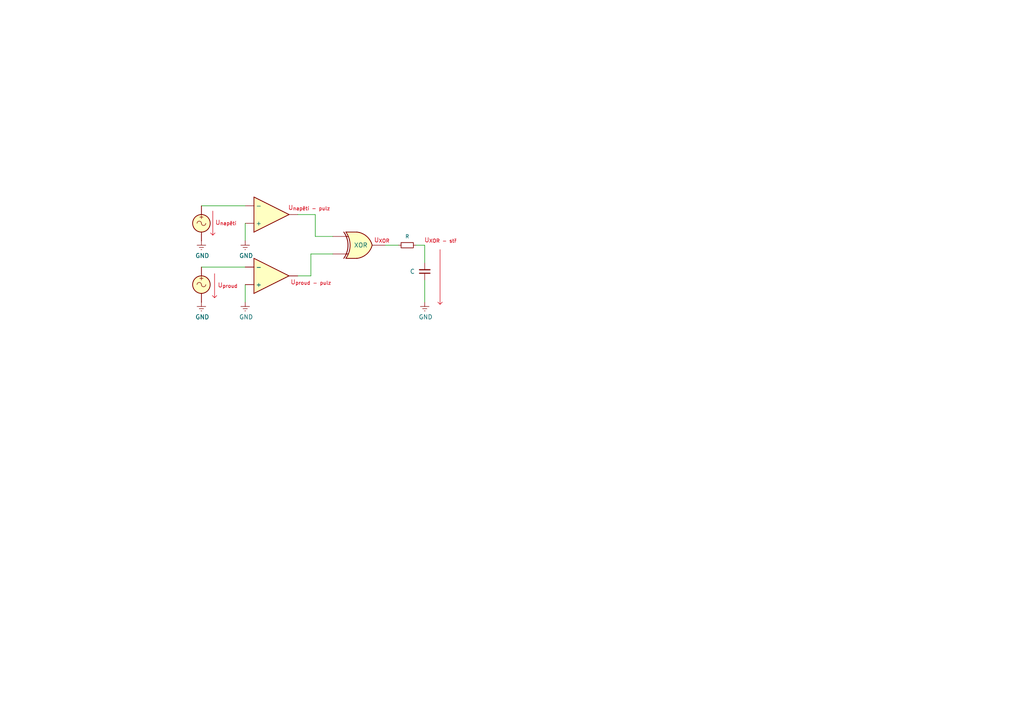
<source format=kicad_sch>
(kicad_sch (version 20250114) (generator "eeschema") (generator_version "9.0")
  (paper "A4")
  (lib_symbols
    (symbol "4xxx:4070" (pin_names (offset 1.016))
      (property "Value" "XOR" (at 0.508 0 0))
      (symbol "4070_1_0"
        (arc (start -4.4196 3.81) (mid -3.2033 0) (end -4.4196 -3.81) (stroke (width 0.254)))
        (arc (start -3.81 3.81) (mid -2.589 0) (end -3.81 -3.81) (stroke (width 0.254)))
        (polyline (pts (xy -3.81 3.81) (xy -0.635 3.81)) (stroke (width 0.254)) (fill (type background)))
        (polyline (pts (xy -3.81 -3.81) (xy -0.635 -3.81)) (stroke (width 0.254)) (fill (type background)))
        (arc (start 3.81 0) (mid 2.1855 -2.584) (end -0.6096 -3.81) (stroke (width 0.254)) (fill (type background)))
        (arc (start -0.6096 3.81) (mid 2.1928 2.5924) (end 3.81 0) (stroke (width 0.254)) (fill (type background)))
        (polyline (pts (xy -0.635 3.81) (xy -3.81 3.81) (xy -3.81 3.81) (xy -3.556 3.4036) (xy -3.0226 2.2606) (xy -2.6924 1.0414) (xy -2.6162 -0.254) (xy -2.7686 -1.4986) (xy -3.175 -2.7178) (xy -3.81 -3.81) (xy -3.81 -3.81) (xy -0.635 -3.81)) (stroke (width -25.4)) (fill (type background)))
        (pin input line (at -7.62 2.54 0) (length 4.445) (name "~") (number ""))
        (pin input line (at -7.62 -2.54 0) (length 4.445) (name "~") (number ""))
        (pin output line (at 7.62 0 180) (length 3.81) (name "~") (number ""))
      )
      (symbol "4070_1_1"
        (polyline (pts (xy -3.81 2.54) (xy -3.175 2.54)) (stroke (width 0.1524)))
        (polyline (pts (xy -3.81 -2.54) (xy -3.175 -2.54)) (stroke (width 0.1524)))
      )
      (symbol "4070_2_0"
        (arc (start -4.4196 3.81) (mid -3.2033 0) (end -4.4196 -3.81) (stroke (width 0.254)))
        (arc (start -3.81 3.81) (mid -2.589 0) (end -3.81 -3.81) (stroke (width 0.254)))
        (polyline (pts (xy -3.81 3.81) (xy -0.635 3.81)) (stroke (width 0.254)) (fill (type background)))
        (polyline (pts (xy -3.81 -3.81) (xy -0.635 -3.81)) (stroke (width 0.254)) (fill (type background)))
        (arc (start 3.81 0) (mid 2.1855 -2.584) (end -0.6096 -3.81) (stroke (width 0.254)) (fill (type background)))
        (arc (start -0.6096 3.81) (mid 2.1928 2.5924) (end 3.81 0) (stroke (width 0.254)) (fill (type background)))
        (polyline (pts (xy -0.635 3.81) (xy -3.81 3.81) (xy -3.81 3.81) (xy -3.556 3.4036) (xy -3.0226 2.2606) (xy -2.6924 1.0414) (xy -2.6162 -0.254) (xy -2.7686 -1.4986) (xy -3.175 -2.7178) (xy -3.81 -3.81) (xy -3.81 -3.81) (xy -0.635 -3.81)) (stroke (width -25.4)) (fill (type background)))
        (pin input line (at -7.62 2.54 0) (length 4.445) (name "~") (number "5"))
        (pin input line (at -7.62 -2.54 0) (length 4.445) (name "~") (number "6"))
        (pin output line (at 7.62 0 180) (length 3.81) (name "~") (number "4"))
      )
      (symbol "4070_2_1"
        (polyline (pts (xy -3.81 2.54) (xy -3.175 2.54)) (stroke (width 0.1524)))
        (polyline (pts (xy -3.81 -2.54) (xy -3.175 -2.54)) (stroke (width 0.1524)))
      )
      (symbol "4070_3_0"
        (arc (start -4.4196 3.81) (mid -3.2033 0) (end -4.4196 -3.81) (stroke (width 0.254)))
        (arc (start -3.81 3.81) (mid -2.589 0) (end -3.81 -3.81) (stroke (width 0.254)))
        (polyline (pts (xy -3.81 3.81) (xy -0.635 3.81)) (stroke (width 0.254)) (fill (type background)))
        (polyline (pts (xy -3.81 -3.81) (xy -0.635 -3.81)) (stroke (width 0.254)) (fill (type background)))
        (arc (start 3.81 0) (mid 2.1855 -2.584) (end -0.6096 -3.81) (stroke (width 0.254)) (fill (type background)))
        (arc (start -0.6096 3.81) (mid 2.1928 2.5924) (end 3.81 0) (stroke (width 0.254)) (fill (type background)))
        (polyline (pts (xy -0.635 3.81) (xy -3.81 3.81) (xy -3.81 3.81) (xy -3.556 3.4036) (xy -3.0226 2.2606) (xy -2.6924 1.0414) (xy -2.6162 -0.254) (xy -2.7686 -1.4986) (xy -3.175 -2.7178) (xy -3.81 -3.81) (xy -3.81 -3.81) (xy -0.635 -3.81)) (stroke (width -25.4)) (fill (type background)))
        (pin input line (at -7.62 2.54 0) (length 4.445) (name "~") (number "8"))
        (pin input line (at -7.62 -2.54 0) (length 4.445) (name "~") (number "9"))
        (pin output line (at 7.62 0 180) (length 3.81) (name "~") (number "10"))
      )
      (symbol "4070_3_1"
        (polyline (pts (xy -3.81 2.54) (xy -3.175 2.54)) (stroke (width 0.1524)))
        (polyline (pts (xy -3.81 -2.54) (xy -3.175 -2.54)) (stroke (width 0.1524)))
      )
      (symbol "4070_4_0"
        (arc (start -4.4196 3.81) (mid -3.2033 0) (end -4.4196 -3.81) (stroke (width 0.254)))
        (arc (start -3.81 3.81) (mid -2.589 0) (end -3.81 -3.81) (stroke (width 0.254)))
        (polyline (pts (xy -3.81 3.81) (xy -0.635 3.81)) (stroke (width 0.254)) (fill (type background)))
        (polyline (pts (xy -3.81 -3.81) (xy -0.635 -3.81)) (stroke (width 0.254)) (fill (type background)))
        (arc (start 3.81 0) (mid 2.1855 -2.584) (end -0.6096 -3.81) (stroke (width 0.254)) (fill (type background)))
        (arc (start -0.6096 3.81) (mid 2.1928 2.5924) (end 3.81 0) (stroke (width 0.254)) (fill (type background)))
        (polyline (pts (xy -0.635 3.81) (xy -3.81 3.81) (xy -3.81 3.81) (xy -3.556 3.4036) (xy -3.0226 2.2606) (xy -2.6924 1.0414) (xy -2.6162 -0.254) (xy -2.7686 -1.4986) (xy -3.175 -2.7178) (xy -3.81 -3.81) (xy -3.81 -3.81) (xy -0.635 -3.81)) (stroke (width -25.4)) (fill (type background)))
        (pin input line (at -7.62 2.54 0) (length 4.445) (name "~") (number "12"))
        (pin input line (at -7.62 -2.54 0) (length 4.445) (name "~") (number "13"))
        (pin output line (at 7.62 0 180) (length 3.81) (name "~") (number "11"))
      )
      (symbol "4070_4_1"
        (polyline (pts (xy -3.81 2.54) (xy -3.175 2.54)) (stroke (width 0.1524)))
        (polyline (pts (xy -3.81 -2.54) (xy -3.175 -2.54)) (stroke (width 0.1524)))
      )
      (symbol "4070_5_0"
        (pin power_in line (at 0 12.7 270) (length 5.08) (name "VDD") (number "14"))
        (pin power_in line (at 0 -12.7 90) (length 5.08) (name "VSS") (number "7"))
      )
      (symbol "4070_5_1"
        (rectangle (start -5.08 7.62) (end 5.08 -7.62) (stroke (width 0.254)) (fill (type background)))
      )
    )
    (symbol "Device:C_Small" (pin_numbers (hide yes)) (pin_names (offset 0.254) (hide yes))
      (property "Reference" "C" (at 0.254 1.778 0))
      (property "Value" "C_Small" (at 0.254 -2.032 0))
      (symbol "C_Small_0_1"
        (polyline (pts (xy -1.524 0.508) (xy 1.524 0.508)) (stroke (width 0.3048)))
        (polyline (pts (xy -1.524 -0.508) (xy 1.524 -0.508)) (stroke (width 0.3302)))
      )
      (symbol "C_Small_1_1"
        (pin passive line (at 0 2.54 270) (length 2.032) (name "~") (number "1"))
        (pin passive line (at 0 -2.54 90) (length 2.032) (name "~") (number "2"))
      )
    )
    (symbol "Device:R_Small" (pin_numbers (hide yes)) (pin_names (offset 0.254) (hide yes))
      (property "Reference" "R" (at 0 0 90))
      (property "Value" "R_Small" (at 1.778 0 90))
      (symbol "R_Small_0_1"
        (rectangle (start -0.762 1.778) (end 0.762 -1.778) (stroke (width 0.2032)))
      )
      (symbol "R_Small_1_1"
        (pin passive line (at 0 2.54 270) (length 0.762) (name "~") (number "1"))
        (pin passive line (at 0 -2.54 90) (length 0.762) (name "~") (number "2"))
      )
    )
    (symbol "OPAMP_common_1"
      (property "Reference" "U" (at 0 0 0))
      (symbol "OPAMP_common_1_1_1"
        (polyline (pts (xy 3.81 5.08) (xy 13.97 0) (xy 3.81 -5.08) (xy 3.81 5.08)) (stroke (width 0.254)) (fill (type background)))
        (pin input line (at 1.27 2.54 0) (length 2.54) (name "+") (number ""))
        (pin input line (at 1.27 -2.54 0) (length 2.54) (name "-") (number ""))
        (pin output line (at 16.51 0 180) (length 2.54) (name "~") (number ""))
      )
    )
    (symbol "Simulation_SPICE:VSIN" (pin_numbers (hide yes)) (pin_names (offset 0.0254))
      (property "Reference" "V" (at 2.54 2.54 0))
      (property "Value" "VSIN" (at 2.54 0 0))
      (property "Sim.Params" "dc=0 ampl=1 f=1k ac=1" (at 2.54 -2.54 0))
      (symbol "VSIN_0_0"
        (arc (start -1.27 0) (mid -0.635 0.6323) (end 0 0))
        (arc (start 1.27 0) (mid 0.635 -0.6323) (end 0 0))
        (text "+" (at 0 1.905 0) (effects (font (size 1.27 1.27))))
      )
      (symbol "VSIN_0_1"
        (circle (center 0 0) (radius 2.54) (stroke (width 0.254)) (fill (type background)))
      )
      (symbol "VSIN_1_1"
        (pin passive line (at 0 5.08 270) (length 2.54) (name "~") (number "1"))
        (pin passive line (at 0 -5.08 90) (length 2.54) (name "~") (number "2"))
      )
    )
    (symbol "custom_symbols_bakalarka:OPAMP_common"
      (property "Reference" "U" (at 0 0 0))
      (symbol "OPAMP_common_1_1"
        (polyline (pts (xy 3.81 5.08) (xy 13.97 0) (xy 3.81 -5.08) (xy 3.81 5.08)) (stroke (width 0.254)) (fill (type background)))
        (pin input line (at 1.27 2.54 0) (length 2.54) (name "+") (number ""))
        (pin input line (at 1.27 -2.54 0) (length 2.54) (name "-") (number ""))
        (pin output line (at 16.51 0 180) (length 2.54) (name "~") (number ""))
      )
    )
    (symbol "power:Earth" (power) (pin_numbers (hide yes)) (pin_names (offset 0) (hide yes))
      (property "Value" "Earth" (at 0 -3.81 0))
      (symbol "Earth_0_1"
        (polyline (pts (xy -0.635 -1.905) (xy 0.635 -1.905)))
        (polyline (pts (xy -0.127 -2.54) (xy 0.127 -2.54)))
        (polyline (pts (xy 0 -1.27) (xy 0 0)))
        (polyline (pts (xy 1.27 -1.27) (xy -1.27 -1.27)))
      )
      (symbol "Earth_1_1"
        (pin power_in line (at 0 0 270) (length 0) (name "~") (number "1"))
      )
    )
  )
  (text "U_{napětí - pulz}" (at 89.662 60.452 0) (effects (font (size 1.27 1.27))))
  (text "U_{proud - pulz}" (at 90.17 82.042 0) (effects (font (size 1.27 1.27))))
  (text "U_{XOR - stř}" (at 127.762 69.85 0) (effects (font (size 1.27 1.27))))
  (text "U_{XOR}" (at 110.744 69.85 0) (effects (font (size 1.27 1.27))))
  (text "U_{napětí}" (at 65.532 64.77 0) (effects (font (size 1.27 1.27))))
  (text "U_{proud}" (at 66.04 82.931 0) (effects (font (size 1.27 1.27))))
  (wire (pts (xy 91.44 62.23) (xy 86.36 62.23)))
  (wire (pts (xy 90.17 73.66) (xy 90.17 80.01)))
  (polyline (pts (xy 62.23 79.375) (xy 62.23 86.36)) (stroke (width 0) (type solid) (color 213 0 18 1)))
  (wire (pts (xy 58.42 77.47) (xy 71.12 77.47)))
  (polyline (pts (xy 62.23 86.36) (xy 62.865 85.725)) (stroke (width 0) (type solid) (color 213 0 18 1)))
  (wire (pts (xy 91.44 68.58) (xy 91.44 62.23)))
  (polyline (pts (xy 127.635 88.265) (xy 128.27 87.63)) (stroke (width 0) (type solid) (color 213 0 18 1)))
  (polyline (pts (xy 127.635 72.39) (xy 127.635 88.265)) (stroke (width 0) (type solid) (color 213 0 18 1)))
  (wire (pts (xy 58.42 59.69) (xy 71.12 59.69)))
  (wire (pts (xy 71.12 87.63) (xy 71.12 82.55)))
  (polyline (pts (xy 61.087 67.564) (xy 61.722 68.199)) (stroke (width 0) (type solid) (color 213 0 18 1)))
  (polyline (pts (xy 127 87.63) (xy 127.635 88.265)) (stroke (width 0) (type solid) (color 213 0 18 1)))
  (wire (pts (xy 71.12 69.85) (xy 71.12 64.77)))
  (polyline (pts (xy 61.595 85.725) (xy 62.23 86.36)) (stroke (width 0) (type solid) (color 213 0 18 1)))
  (wire (pts (xy 120.65 71.12) (xy 123.19 71.12)))
  (wire (pts (xy 123.19 71.12) (xy 123.19 76.2)))
  (wire (pts (xy 115.57 71.12) (xy 111.76 71.12)))
  (wire (pts (xy 96.52 68.58) (xy 91.44 68.58)))
  (polyline (pts (xy 61.722 68.199) (xy 62.357 67.564)) (stroke (width 0) (type solid) (color 213 0 18 1)))
  (polyline (pts (xy 61.722 61.214) (xy 61.722 68.199)) (stroke (width 0) (type solid) (color 213 0 18 1)))
  (wire (pts (xy 90.17 80.01) (xy 86.36 80.01)))
  (wire (pts (xy 96.52 73.66) (xy 90.17 73.66)))
  (wire (pts (xy 123.19 81.28) (xy 123.19 87.63)))
  (symbol (lib_id "Simulation_SPICE:VSIN") (at 58.42 64.77 0) (unit 1)
    (property "Reference" "U10" (effects (hide yes)))
    (property "Value" "VSIN" (effects (hide yes)))
    (property "Datasheet" "https://ngspice.sourceforge.io/docs/ngspice-html-manual/manual.xhtml#sec_Independent_Sources_for" (effects (hide yes)))
    (property "Description" "Voltage source, sinusoidal" (effects (hide yes)))
    (property "Sim.Pins" "1=+ 2=-" (effects (hide yes)))
    (property "Sim.Params" "dc=0 ampl=1 f=1k ac=1" (effects (hide yes)))
    (property "Sim.Type" "SIN" (effects (hide yes)))
    (property "Sim.Device" "V" (effects (hide yes)))
  )
  (symbol (lib_id "Simulation_SPICE:VSIN") (at 58.42 82.55 0) (unit 1)
    (property "Reference" "U9" (effects (hide yes)))
    (property "Value" "VSIN" (effects (hide yes)))
    (property "Datasheet" "https://ngspice.sourceforge.io/docs/ngspice-html-manual/manual.xhtml#sec_Independent_Sources_for" (effects (hide yes)))
    (property "Description" "Voltage source, sinusoidal" (effects (hide yes)))
    (property "Sim.Pins" "1=+ 2=-" (effects (hide yes)))
    (property "Sim.Params" "dc=0 ampl=1 f=1k ac=1" (effects (hide yes)))
    (property "Sim.Type" "SIN" (effects (hide yes)))
    (property "Sim.Device" "V" (effects (hide yes)))
  )
  (symbol (lib_id "4xxx:4070") (at 104.14 71.12 0) (unit 1)
    (property "Reference" "U7" (effects (hide yes)))
    (property "Value" "XOR" (at 104.648 71.12 0))
    (property "Datasheet" "http://www.intersil.com/content/dam/Intersil/documents/cd40/cd4070bms-77bms.pdf" (effects (hide yes)))
    (property "Description" "Quad Xor 2 inputs" (effects (hide yes)))
  )
  (symbol (lib_id "custom_symbols_bakalarka:OPAMP_common") (at 69.85 80.01 0) (mirror x) (unit 1)
    (property "Reference" "U8" (effects (hide yes)))
  )
  (symbol (lib_id "Device:R_Small") (at 118.11 71.12 90) (unit 1)
    (property "Reference" "R" (at 118.11 68.58 90) (effects (font (size 1.016 1.016))))
    (property "Value" "R_Small" (effects (hide yes)))
    (property "Description" "Resistor, small symbol" (effects (hide yes)))
  )
  (symbol (lib_id "power:Earth") (at 58.42 87.63 0) (unit 1)
    (property "Reference" "#PWR02" (effects (hide yes)))
    (property "Value" "GND" (at 58.674 91.948 0))
    (property "Description" "Power symbol creates a global label with name \"Earth\"" (effects (hide yes)))
  )
  (symbol (lib_id "power:Earth") (at 71.12 69.85 0) (unit 1)
    (property "Reference" "#PWR04" (effects (hide yes)))
    (property "Value" "GND" (at 71.374 74.168 0))
    (property "Description" "Power symbol creates a global label with name \"Earth\"" (effects (hide yes)))
  )
  (symbol (lib_id "power:Earth") (at 71.12 87.63 0) (unit 1)
    (property "Reference" "#PWR03" (effects (hide yes)))
    (property "Value" "GND" (at 71.374 91.948 0))
    (property "Description" "Power symbol creates a global label with name \"Earth\"" (effects (hide yes)))
  )
  (symbol (lib_name "OPAMP_common_1") (lib_id "custom_symbols_bakalarka:OPAMP_common") (at 69.85 62.23 0) (mirror x) (unit 1)
    (property "Reference" "U11" (effects (hide yes)))
  )
  (symbol (lib_id "power:Earth") (at 123.19 87.63 0) (unit 1)
    (property "Reference" "#PWR01" (effects (hide yes)))
    (property "Value" "GND" (at 123.444 91.948 0))
    (property "Description" "Power symbol creates a global label with name \"Earth\"" (effects (hide yes)))
  )
  (symbol (lib_id "power:Earth") (at 58.42 69.85 0) (unit 1)
    (property "Reference" "#PWR05" (effects (hide yes)))
    (property "Value" "GND" (at 58.674 74.168 0))
    (property "Description" "Power symbol creates a global label with name \"Earth\"" (effects (hide yes)))
  )
  (symbol (lib_id "Device:C_Small") (at 123.19 78.74 180) (unit 1)
    (property "Reference" "C1" (effects (hide yes)))
    (property "Value" "C" (at 118.872 78.74 0) (effects (justify right)))
    (property "Description" "Unpolarized capacitor, small symbol" (effects (hide yes)))
  )
)
</source>
